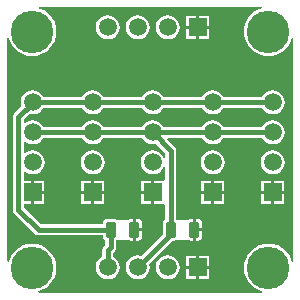
<source format=gtl>
G04 Layer_Physical_Order=1*
G04 Layer_Color=255*
%FSLAX44Y44*%
%MOMM*%
G71*
G01*
G75*
G04:AMPARAMS|DCode=10|XSize=1.3mm|YSize=0.8mm|CornerRadius=0.1mm|HoleSize=0mm|Usage=FLASHONLY|Rotation=270.000|XOffset=0mm|YOffset=0mm|HoleType=Round|Shape=RoundedRectangle|*
%AMROUNDEDRECTD10*
21,1,1.3000,0.6000,0,0,270.0*
21,1,1.1000,0.8000,0,0,270.0*
1,1,0.2000,-0.3000,-0.5500*
1,1,0.2000,-0.3000,0.5500*
1,1,0.2000,0.3000,0.5500*
1,1,0.2000,0.3000,-0.5500*
%
%ADD10ROUNDEDRECTD10*%
%ADD11C,0.4000*%
%ADD12C,3.6000*%
%ADD13R,1.5000X1.5000*%
%ADD14C,1.5000*%
%ADD15R,1.5000X1.5000*%
G36*
X219664Y244845D02*
X217101Y244068D01*
X213533Y242161D01*
X210406Y239594D01*
X207839Y236466D01*
X205931Y232898D01*
X204757Y229026D01*
X204360Y225000D01*
X204757Y220973D01*
X205931Y217101D01*
X207839Y213533D01*
X210406Y210406D01*
X213533Y207839D01*
X217101Y205931D01*
X220973Y204757D01*
X225000Y204360D01*
X229026Y204757D01*
X232898Y205931D01*
X236466Y207839D01*
X239594Y210406D01*
X242161Y213533D01*
X244068Y217101D01*
X244845Y219664D01*
X246115Y219475D01*
Y30525D01*
X244845Y30336D01*
X244068Y32899D01*
X242161Y36467D01*
X239594Y39595D01*
X236466Y42161D01*
X232898Y44068D01*
X229026Y45243D01*
X225000Y45640D01*
X220973Y45243D01*
X217101Y44068D01*
X213533Y42161D01*
X210406Y39595D01*
X207839Y36467D01*
X205931Y32899D01*
X204757Y29027D01*
X204360Y25000D01*
X204757Y20974D01*
X205931Y17102D01*
X207839Y13534D01*
X210406Y10406D01*
X213533Y7839D01*
X217101Y5932D01*
X219664Y5155D01*
X219475Y3885D01*
X30525D01*
X30336Y5155D01*
X32899Y5932D01*
X36467Y7839D01*
X39595Y10406D01*
X42161Y13534D01*
X44068Y17102D01*
X45243Y20974D01*
X45640Y25000D01*
X45243Y29027D01*
X44068Y32899D01*
X42161Y36467D01*
X39595Y39595D01*
X36467Y42161D01*
X32899Y44068D01*
X29027Y45243D01*
X25000Y45640D01*
X20974Y45243D01*
X17102Y44068D01*
X13534Y42161D01*
X10406Y39595D01*
X7839Y36467D01*
X5932Y32899D01*
X5155Y30336D01*
X3885Y30525D01*
Y219475D01*
X5155Y219664D01*
X5932Y217101D01*
X7839Y213533D01*
X10406Y210406D01*
X13534Y207839D01*
X17102Y205931D01*
X20974Y204757D01*
X25000Y204360D01*
X29027Y204757D01*
X32899Y205931D01*
X36467Y207839D01*
X39595Y210406D01*
X42161Y213533D01*
X44068Y217101D01*
X45243Y220973D01*
X45640Y225000D01*
X45243Y229026D01*
X44068Y232898D01*
X42161Y236466D01*
X39595Y239594D01*
X36467Y242161D01*
X32899Y244068D01*
X30336Y244845D01*
X30525Y246115D01*
X219475D01*
X219664Y244845D01*
D02*
G37*
%LPC*%
G36*
X175140Y238640D02*
X166370D01*
Y229870D01*
X175140D01*
Y238640D01*
D02*
G37*
G36*
X163830D02*
X155060D01*
Y229870D01*
X163830D01*
Y238640D01*
D02*
G37*
G36*
X175140Y227330D02*
X166370D01*
Y218560D01*
X175140D01*
Y227330D01*
D02*
G37*
G36*
X163830D02*
X155060D01*
Y218560D01*
X163830D01*
Y227330D01*
D02*
G37*
G36*
X139700Y238727D02*
X137079Y238382D01*
X134637Y237370D01*
X132539Y235761D01*
X130930Y233663D01*
X129918Y231221D01*
X129573Y228600D01*
X129918Y225979D01*
X130930Y223537D01*
X132539Y221439D01*
X134637Y219830D01*
X137079Y218818D01*
X139700Y218473D01*
X142321Y218818D01*
X144763Y219830D01*
X146861Y221439D01*
X148470Y223537D01*
X149482Y225979D01*
X149827Y228600D01*
X149482Y231221D01*
X148470Y233663D01*
X146861Y235761D01*
X144763Y237370D01*
X142321Y238382D01*
X139700Y238727D01*
D02*
G37*
G36*
X114300D02*
X111679Y238382D01*
X109237Y237370D01*
X107139Y235761D01*
X105530Y233663D01*
X104518Y231221D01*
X104173Y228600D01*
X104518Y225979D01*
X105530Y223537D01*
X107139Y221439D01*
X109237Y219830D01*
X111679Y218818D01*
X114300Y218473D01*
X116921Y218818D01*
X119363Y219830D01*
X121461Y221439D01*
X123070Y223537D01*
X124082Y225979D01*
X124427Y228600D01*
X124082Y231221D01*
X123070Y233663D01*
X121461Y235761D01*
X119363Y237370D01*
X116921Y238382D01*
X114300Y238727D01*
D02*
G37*
G36*
X88900D02*
X86279Y238382D01*
X83837Y237370D01*
X81739Y235761D01*
X80130Y233663D01*
X79118Y231221D01*
X78773Y228600D01*
X79118Y225979D01*
X80130Y223537D01*
X81739Y221439D01*
X83837Y219830D01*
X86279Y218818D01*
X88900Y218473D01*
X91521Y218818D01*
X93963Y219830D01*
X96061Y221439D01*
X97670Y223537D01*
X98682Y225979D01*
X99027Y228600D01*
X98682Y231221D01*
X97670Y233663D01*
X96061Y235761D01*
X93963Y237370D01*
X91521Y238382D01*
X88900Y238727D01*
D02*
G37*
G36*
X228600Y175227D02*
X225979Y174882D01*
X223537Y173870D01*
X221439Y172261D01*
X219830Y170163D01*
X219650Y169729D01*
X186750D01*
X186570Y170163D01*
X184961Y172261D01*
X182863Y173870D01*
X180421Y174882D01*
X177800Y175227D01*
X175179Y174882D01*
X172737Y173870D01*
X170639Y172261D01*
X169030Y170163D01*
X168850Y169729D01*
X135950D01*
X135770Y170163D01*
X134161Y172261D01*
X132063Y173870D01*
X129621Y174882D01*
X127000Y175227D01*
X124379Y174882D01*
X121937Y173870D01*
X119839Y172261D01*
X118230Y170163D01*
X118050Y169729D01*
X85150D01*
X84970Y170163D01*
X83361Y172261D01*
X81263Y173870D01*
X78821Y174882D01*
X76200Y175227D01*
X73579Y174882D01*
X71137Y173870D01*
X69039Y172261D01*
X67430Y170163D01*
X67250Y169729D01*
X34350D01*
X34170Y170163D01*
X32561Y172261D01*
X30463Y173870D01*
X28021Y174882D01*
X25400Y175227D01*
X22779Y174882D01*
X20337Y173870D01*
X18239Y172261D01*
X16630Y170163D01*
X15618Y167721D01*
X15273Y165100D01*
X15618Y162479D01*
X15947Y161686D01*
X9935Y155673D01*
X8931Y154171D01*
X8579Y152400D01*
X8579Y152400D01*
Y74422D01*
X8579Y74422D01*
X8931Y72651D01*
X9935Y71149D01*
X27207Y53877D01*
X27207Y53877D01*
X28709Y52873D01*
X30480Y52521D01*
X84991D01*
Y51650D01*
X85265Y50269D01*
X86048Y49098D01*
X86971Y48481D01*
Y44495D01*
X85627Y43151D01*
X84623Y41649D01*
X84271Y39878D01*
X84271Y39878D01*
Y34350D01*
X83837Y34170D01*
X81739Y32561D01*
X80130Y30463D01*
X79118Y28021D01*
X78773Y25400D01*
X79118Y22779D01*
X80130Y20337D01*
X81739Y18239D01*
X83837Y16630D01*
X86279Y15618D01*
X88900Y15273D01*
X91521Y15618D01*
X93963Y16630D01*
X96061Y18239D01*
X97670Y20337D01*
X98682Y22779D01*
X99027Y25400D01*
X98682Y28021D01*
X97670Y30463D01*
X96061Y32561D01*
X93963Y34170D01*
X93529Y34350D01*
Y37961D01*
X94873Y39305D01*
X94873Y39305D01*
X95877Y40807D01*
X96229Y42578D01*
X96229Y42578D01*
Y48481D01*
X96482Y48650D01*
X106718D01*
X107219Y48315D01*
X108600Y48041D01*
X110330D01*
Y57150D01*
Y66259D01*
X108600D01*
X107219Y65985D01*
X106718Y65650D01*
X96482D01*
X95981Y65985D01*
X94600Y66259D01*
X88600D01*
X87219Y65985D01*
X86048Y65202D01*
X85265Y64031D01*
X84991Y62650D01*
Y61779D01*
X32397D01*
X17837Y76339D01*
Y78860D01*
X24130D01*
Y88900D01*
Y98940D01*
X17837D01*
Y105847D01*
X19107Y106474D01*
X20337Y105530D01*
X22779Y104518D01*
X25400Y104173D01*
X28021Y104518D01*
X30463Y105530D01*
X32561Y107139D01*
X34170Y109237D01*
X35182Y111679D01*
X35527Y114300D01*
X35182Y116921D01*
X34170Y119363D01*
X32561Y121461D01*
X30463Y123070D01*
X28021Y124082D01*
X25400Y124427D01*
X22779Y124082D01*
X20337Y123070D01*
X19107Y122126D01*
X17837Y122753D01*
Y131247D01*
X19107Y131874D01*
X20337Y130930D01*
X22779Y129918D01*
X25400Y129573D01*
X28021Y129918D01*
X30463Y130930D01*
X32561Y132539D01*
X34170Y134637D01*
X34350Y135071D01*
X67250D01*
X67430Y134637D01*
X69039Y132539D01*
X71137Y130930D01*
X73579Y129918D01*
X76200Y129573D01*
X78821Y129918D01*
X81263Y130930D01*
X83361Y132539D01*
X84970Y134637D01*
X85150Y135071D01*
X118050D01*
X118230Y134637D01*
X119839Y132539D01*
X121937Y130930D01*
X124379Y129918D01*
X127000Y129573D01*
X129621Y129918D01*
X130055Y130098D01*
X137771Y122383D01*
Y117851D01*
X136501Y117598D01*
X135770Y119363D01*
X134161Y121461D01*
X132063Y123070D01*
X129621Y124082D01*
X127000Y124427D01*
X124379Y124082D01*
X121937Y123070D01*
X119839Y121461D01*
X118230Y119363D01*
X117218Y116921D01*
X116873Y114300D01*
X117218Y111679D01*
X118230Y109237D01*
X119839Y107139D01*
X121937Y105530D01*
X124379Y104518D01*
X127000Y104173D01*
X129621Y104518D01*
X132063Y105530D01*
X134161Y107139D01*
X135770Y109237D01*
X136501Y111002D01*
X137771Y110749D01*
Y99907D01*
X137040Y98940D01*
X136501Y98940D01*
X128270D01*
Y88900D01*
Y78860D01*
X136501D01*
X137040Y78860D01*
X137771Y77893D01*
Y65819D01*
X136848Y65202D01*
X136065Y64031D01*
X135791Y62650D01*
Y53437D01*
X117355Y35002D01*
X116921Y35182D01*
X114300Y35527D01*
X111679Y35182D01*
X109237Y34170D01*
X107139Y32561D01*
X105530Y30463D01*
X104518Y28021D01*
X104173Y25400D01*
X104518Y22779D01*
X105530Y20337D01*
X107139Y18239D01*
X109237Y16630D01*
X111679Y15618D01*
X114300Y15273D01*
X116921Y15618D01*
X119363Y16630D01*
X121461Y18239D01*
X123070Y20337D01*
X124082Y22779D01*
X124427Y25400D01*
X124082Y28021D01*
X123902Y28455D01*
X143487Y48041D01*
X145400D01*
X146781Y48315D01*
X147282Y48650D01*
X157518D01*
X158019Y48315D01*
X159400Y48041D01*
X161130D01*
Y57150D01*
Y66259D01*
X159400D01*
X158019Y65985D01*
X157518Y65650D01*
X147282D01*
X147029Y65819D01*
Y124300D01*
X147029Y124300D01*
X146677Y126071D01*
X145673Y127573D01*
X145673Y127573D01*
X139349Y133898D01*
X139835Y135071D01*
X168850D01*
X169030Y134637D01*
X170639Y132539D01*
X172737Y130930D01*
X175179Y129918D01*
X177800Y129573D01*
X180421Y129918D01*
X182863Y130930D01*
X184961Y132539D01*
X186570Y134637D01*
X186750Y135071D01*
X219650D01*
X219830Y134637D01*
X221439Y132539D01*
X223537Y130930D01*
X225979Y129918D01*
X228600Y129573D01*
X231221Y129918D01*
X233663Y130930D01*
X235761Y132539D01*
X237370Y134637D01*
X238382Y137079D01*
X238727Y139700D01*
X238382Y142321D01*
X237370Y144763D01*
X235761Y146861D01*
X233663Y148470D01*
X231221Y149482D01*
X228600Y149827D01*
X225979Y149482D01*
X223537Y148470D01*
X221439Y146861D01*
X219830Y144763D01*
X219650Y144329D01*
X186750D01*
X186570Y144763D01*
X184961Y146861D01*
X182863Y148470D01*
X180421Y149482D01*
X177800Y149827D01*
X175179Y149482D01*
X172737Y148470D01*
X170639Y146861D01*
X169030Y144763D01*
X168850Y144329D01*
X135950D01*
X135770Y144763D01*
X134161Y146861D01*
X132063Y148470D01*
X129621Y149482D01*
X127000Y149827D01*
X124379Y149482D01*
X121937Y148470D01*
X119839Y146861D01*
X118230Y144763D01*
X118050Y144329D01*
X85150D01*
X84970Y144763D01*
X83361Y146861D01*
X81263Y148470D01*
X78821Y149482D01*
X76200Y149827D01*
X73579Y149482D01*
X71137Y148470D01*
X69039Y146861D01*
X67430Y144763D01*
X67250Y144329D01*
X34350D01*
X34170Y144763D01*
X32561Y146861D01*
X30463Y148470D01*
X28021Y149482D01*
X25400Y149827D01*
X22779Y149482D01*
X20337Y148470D01*
X19107Y147526D01*
X17837Y148153D01*
Y150483D01*
X22704Y155350D01*
X22779Y155318D01*
X25400Y154973D01*
X28021Y155318D01*
X30463Y156330D01*
X32561Y157939D01*
X34170Y160037D01*
X34350Y160471D01*
X67250D01*
X67430Y160037D01*
X69039Y157939D01*
X71137Y156330D01*
X73579Y155318D01*
X76200Y154973D01*
X78821Y155318D01*
X81263Y156330D01*
X83361Y157939D01*
X84970Y160037D01*
X85150Y160471D01*
X118050D01*
X118230Y160037D01*
X119839Y157939D01*
X121937Y156330D01*
X124379Y155318D01*
X127000Y154973D01*
X129621Y155318D01*
X132063Y156330D01*
X134161Y157939D01*
X135770Y160037D01*
X135950Y160471D01*
X168850D01*
X169030Y160037D01*
X170639Y157939D01*
X172737Y156330D01*
X175179Y155318D01*
X177800Y154973D01*
X180421Y155318D01*
X182863Y156330D01*
X184961Y157939D01*
X186570Y160037D01*
X186750Y160471D01*
X219650D01*
X219830Y160037D01*
X221439Y157939D01*
X223537Y156330D01*
X225979Y155318D01*
X228600Y154973D01*
X231221Y155318D01*
X233663Y156330D01*
X235761Y157939D01*
X237370Y160037D01*
X238382Y162479D01*
X238727Y165100D01*
X238382Y167721D01*
X237370Y170163D01*
X235761Y172261D01*
X233663Y173870D01*
X231221Y174882D01*
X228600Y175227D01*
D02*
G37*
G36*
Y124427D02*
X225979Y124082D01*
X223537Y123070D01*
X221439Y121461D01*
X219830Y119363D01*
X218818Y116921D01*
X218473Y114300D01*
X218818Y111679D01*
X219830Y109237D01*
X221439Y107139D01*
X223537Y105530D01*
X225979Y104518D01*
X228600Y104173D01*
X231221Y104518D01*
X233663Y105530D01*
X235761Y107139D01*
X237370Y109237D01*
X238382Y111679D01*
X238727Y114300D01*
X238382Y116921D01*
X237370Y119363D01*
X235761Y121461D01*
X233663Y123070D01*
X231221Y124082D01*
X228600Y124427D01*
D02*
G37*
G36*
X177800D02*
X175179Y124082D01*
X172737Y123070D01*
X170639Y121461D01*
X169030Y119363D01*
X168018Y116921D01*
X167673Y114300D01*
X168018Y111679D01*
X169030Y109237D01*
X170639Y107139D01*
X172737Y105530D01*
X175179Y104518D01*
X177800Y104173D01*
X180421Y104518D01*
X182863Y105530D01*
X184961Y107139D01*
X186570Y109237D01*
X187582Y111679D01*
X187927Y114300D01*
X187582Y116921D01*
X186570Y119363D01*
X184961Y121461D01*
X182863Y123070D01*
X180421Y124082D01*
X177800Y124427D01*
D02*
G37*
G36*
X76200D02*
X73579Y124082D01*
X71137Y123070D01*
X69039Y121461D01*
X67430Y119363D01*
X66418Y116921D01*
X66073Y114300D01*
X66418Y111679D01*
X67430Y109237D01*
X69039Y107139D01*
X71137Y105530D01*
X73579Y104518D01*
X76200Y104173D01*
X78821Y104518D01*
X81263Y105530D01*
X83361Y107139D01*
X84970Y109237D01*
X85982Y111679D01*
X86327Y114300D01*
X85982Y116921D01*
X84970Y119363D01*
X83361Y121461D01*
X81263Y123070D01*
X78821Y124082D01*
X76200Y124427D01*
D02*
G37*
G36*
X238640Y98940D02*
X229870D01*
Y90170D01*
X238640D01*
Y98940D01*
D02*
G37*
G36*
X187840D02*
X179070D01*
Y90170D01*
X187840D01*
Y98940D01*
D02*
G37*
G36*
X86240D02*
X77470D01*
Y90170D01*
X86240D01*
Y98940D01*
D02*
G37*
G36*
X35440D02*
X26670D01*
Y90170D01*
X35440D01*
Y98940D01*
D02*
G37*
G36*
X227330D02*
X218560D01*
Y90170D01*
X227330D01*
Y98940D01*
D02*
G37*
G36*
X176530D02*
X167760D01*
Y90170D01*
X176530D01*
Y98940D01*
D02*
G37*
G36*
X125730D02*
X116960D01*
Y90170D01*
X125730D01*
Y98940D01*
D02*
G37*
G36*
X74930D02*
X66160D01*
Y90170D01*
X74930D01*
Y98940D01*
D02*
G37*
G36*
X238640Y87630D02*
X229870D01*
Y78860D01*
X238640D01*
Y87630D01*
D02*
G37*
G36*
X227330D02*
X218560D01*
Y78860D01*
X227330D01*
Y87630D01*
D02*
G37*
G36*
X187840D02*
X179070D01*
Y78860D01*
X187840D01*
Y87630D01*
D02*
G37*
G36*
X176530D02*
X167760D01*
Y78860D01*
X176530D01*
Y87630D01*
D02*
G37*
G36*
X86240D02*
X77470D01*
Y78860D01*
X86240D01*
Y87630D01*
D02*
G37*
G36*
X74930D02*
X66160D01*
Y78860D01*
X74930D01*
Y87630D01*
D02*
G37*
G36*
X35440D02*
X26670D01*
Y78860D01*
X35440D01*
Y87630D01*
D02*
G37*
G36*
X125730D02*
X116960D01*
Y78860D01*
X125730D01*
Y87630D01*
D02*
G37*
G36*
X165400Y66259D02*
X163670D01*
Y58420D01*
X169009D01*
Y62650D01*
X168735Y64031D01*
X167952Y65202D01*
X166781Y65985D01*
X165400Y66259D01*
D02*
G37*
G36*
X114600D02*
X112870D01*
Y58420D01*
X118209D01*
Y62650D01*
X117935Y64031D01*
X117152Y65202D01*
X115981Y65985D01*
X114600Y66259D01*
D02*
G37*
G36*
X169009Y55880D02*
X163670D01*
Y48041D01*
X165400D01*
X166781Y48315D01*
X167952Y49098D01*
X168735Y50269D01*
X169009Y51650D01*
Y55880D01*
D02*
G37*
G36*
X118209D02*
X112870D01*
Y48041D01*
X114600D01*
X115981Y48315D01*
X117152Y49098D01*
X117935Y50269D01*
X118209Y51650D01*
Y55880D01*
D02*
G37*
G36*
X175140Y35440D02*
X166370D01*
Y26670D01*
X175140D01*
Y35440D01*
D02*
G37*
G36*
X163830D02*
X155060D01*
Y26670D01*
X163830D01*
Y35440D01*
D02*
G37*
G36*
X175140Y24130D02*
X166370D01*
Y15360D01*
X175140D01*
Y24130D01*
D02*
G37*
G36*
X163830D02*
X155060D01*
Y15360D01*
X163830D01*
Y24130D01*
D02*
G37*
G36*
X139700Y35527D02*
X137079Y35182D01*
X134637Y34170D01*
X132539Y32561D01*
X130930Y30463D01*
X129918Y28021D01*
X129573Y25400D01*
X129918Y22779D01*
X130930Y20337D01*
X132539Y18239D01*
X134637Y16630D01*
X137079Y15618D01*
X139700Y15273D01*
X142321Y15618D01*
X144763Y16630D01*
X146861Y18239D01*
X148470Y20337D01*
X149482Y22779D01*
X149827Y25400D01*
X149482Y28021D01*
X148470Y30463D01*
X146861Y32561D01*
X144763Y34170D01*
X142321Y35182D01*
X139700Y35527D01*
D02*
G37*
%LPD*%
D10*
X142400Y57150D02*
D03*
X162400D02*
D03*
X91600D02*
D03*
X111600D02*
D03*
D11*
X25400Y164592D02*
Y165100D01*
X13208Y152400D02*
X25400Y164592D01*
X142400Y53500D02*
Y57150D01*
X114300Y25400D02*
X142400Y53500D01*
Y57150D02*
Y124300D01*
X127000Y139700D02*
X142400Y124300D01*
X30480Y57150D02*
X91600D01*
X13208Y74422D02*
X30480Y57150D01*
X13208Y74422D02*
Y152400D01*
X91600Y42578D02*
Y57150D01*
X88900Y39878D02*
X91600Y42578D01*
X88900Y25400D02*
Y39878D01*
X177800Y165100D02*
X228600D01*
X127000D02*
X177800D01*
X76200D02*
X127000D01*
X25400D02*
X76200D01*
X177800Y139700D02*
X228600D01*
X127000D02*
X177800D01*
X25400D02*
X76200D01*
X127000D01*
D12*
X25000Y225000D02*
D03*
X225000D02*
D03*
Y25000D02*
D03*
X25000D02*
D03*
D13*
X228600Y88900D02*
D03*
X177800D02*
D03*
X127000D02*
D03*
X76200D02*
D03*
X25400D02*
D03*
D14*
X228600Y114300D02*
D03*
Y139700D02*
D03*
Y165100D02*
D03*
X177800Y114300D02*
D03*
Y139700D02*
D03*
Y165100D02*
D03*
X127000Y114300D02*
D03*
Y139700D02*
D03*
Y165100D02*
D03*
X139700Y25400D02*
D03*
X114300D02*
D03*
X88900D02*
D03*
X76200Y114300D02*
D03*
Y139700D02*
D03*
Y165100D02*
D03*
X139700Y228600D02*
D03*
X114300D02*
D03*
X88900D02*
D03*
X25400Y114300D02*
D03*
Y139700D02*
D03*
Y165100D02*
D03*
D15*
X165100Y25400D02*
D03*
Y228600D02*
D03*
M02*

</source>
